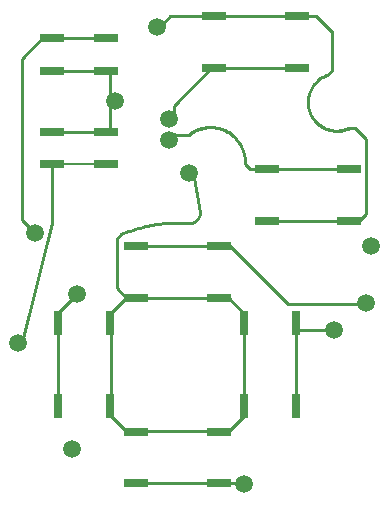
<source format=gtl>
%TF.GenerationSoftware,KiCad,Pcbnew,(5.1.10)-1*%
%TF.CreationDate,2021-06-21T12:46:50-07:00*%
%TF.ProjectId,tactileAGB,74616374-696c-4654-9147-422e6b696361,1.0*%
%TF.SameCoordinates,Original*%
%TF.FileFunction,Copper,L1,Top*%
%TF.FilePolarity,Positive*%
%FSLAX46Y46*%
G04 Gerber Fmt 4.6, Leading zero omitted, Abs format (unit mm)*
G04 Created by KiCad (PCBNEW (5.1.10)-1) date 2021-06-21 12:46:50*
%MOMM*%
%LPD*%
G01*
G04 APERTURE LIST*
%TA.AperFunction,SMDPad,CuDef*%
%ADD10R,2.000000X0.700000*%
%TD*%
%TA.AperFunction,ComponentPad*%
%ADD11C,1.500000*%
%TD*%
%TA.AperFunction,SMDPad,CuDef*%
%ADD12R,0.700000X2.000000*%
%TD*%
%TA.AperFunction,SMDPad,CuDef*%
%ADD13R,2.000000X0.650000*%
%TD*%
%TA.AperFunction,Conductor*%
%ADD14C,0.250000*%
%TD*%
%TA.AperFunction,Conductor*%
%ADD15C,0.200000*%
%TD*%
G04 APERTURE END LIST*
D10*
%TO.P,A,4*%
%TO.N,GND3*%
X75990190Y-26722502D03*
%TO.P,A,3*%
X82990190Y-26722502D03*
%TO.P,A,2*%
%TO.N,Net-(A1-Pad1)*%
X82990190Y-31122502D03*
%TO.P,A,1*%
X75990190Y-31122502D03*
%TD*%
%TO.P,B,4*%
%TO.N,GND3*%
X87425038Y-44055793D03*
%TO.P,B,3*%
X80425038Y-44055793D03*
%TO.P,B,2*%
%TO.N,Net-(B1-Pad1)*%
X80425038Y-39655793D03*
%TO.P,B,1*%
X87425038Y-39655793D03*
%TD*%
%TO.P,\u2191,4*%
%TO.N,GND1*%
X69347007Y-61873175D03*
%TO.P,\u2191,3*%
X76347007Y-61873175D03*
%TO.P,\u2191,2*%
%TO.N,Net-(DOWN1-Pad1)*%
X76347007Y-66273175D03*
%TO.P,\u2191,1*%
X69347007Y-66273175D03*
%TD*%
D11*
%TO.P,FR2,1*%
%TO.N,N/C*%
X89284477Y-46167948D03*
%TD*%
%TO.P,GND2PAD1,1*%
%TO.N,GND2*%
X67565612Y-33909434D03*
%TD*%
%TO.P,GND3PAD1,1*%
%TO.N,GND3*%
X71154217Y-27597353D03*
%TD*%
%TO.P,L-SHIELDING1,1*%
%TO.N,GND1*%
X73880003Y-39957789D03*
%TD*%
D12*
%TO.P,\u2191,4*%
%TO.N,GND1*%
X67179507Y-52705675D03*
%TO.P,\u2191,3*%
X67179507Y-59705675D03*
%TO.P,\u2191,2*%
%TO.N,Net-(LEFT1-Pad1)*%
X62779507Y-59705675D03*
%TO.P,\u2191,1*%
X62779507Y-52705675D03*
%TD*%
%TO.P,\u2191,4*%
%TO.N,GND1*%
X78514507Y-59705675D03*
%TO.P,\u2191,3*%
X78514507Y-52705675D03*
%TO.P,\u2191,2*%
%TO.N,Net-(RIGHT1-Pad1)*%
X82914507Y-52705675D03*
%TO.P,\u2191,1*%
X82914507Y-59705675D03*
%TD*%
D13*
%TO.P,SELECT,4*%
%TO.N,GND2*%
X66780000Y-31345000D03*
%TO.P,SELECT,3*%
X62280000Y-31345000D03*
%TO.P,SELECT,2*%
%TO.N,Net-(SELECT1-Pad1)*%
X62280000Y-28595000D03*
%TO.P,SELECT,1*%
X66780000Y-28595000D03*
%TD*%
%TO.P,START,4*%
%TO.N,GND2*%
X62280000Y-36473868D03*
%TO.P,START,3*%
X66780000Y-36473868D03*
%TO.P,START,2*%
%TO.N,Net-(START1-Pad1)*%
X66780000Y-39223868D03*
%TO.P,START,1*%
X62280000Y-39223868D03*
%TD*%
D11*
%TO.P,TP0,1*%
%TO.N,Net-(A1-Pad1)*%
X72154217Y-35396088D03*
%TD*%
%TO.P,TP1,1*%
%TO.N,Net-(B1-Pad1)*%
X72154217Y-37180104D03*
%TD*%
%TO.P,TP2,1*%
%TO.N,Net-(SELECT1-Pad1)*%
X60834864Y-45099328D03*
%TD*%
%TO.P,TP3,1*%
%TO.N,Net-(START1-Pad1)*%
X59371829Y-54347252D03*
%TD*%
%TO.P,TP4,1*%
%TO.N,Net-(RIGHT1-Pad1)*%
X86156117Y-53273742D03*
%TD*%
%TO.P,TP5,1*%
%TO.N,Net-(LEFT1-Pad1)*%
X64390003Y-50247789D03*
%TD*%
%TO.P,TP6,1*%
%TO.N,Net-(TP6-Pad1)*%
X88805618Y-50959479D03*
%TD*%
%TO.P,TP7,1*%
%TO.N,Net-(DOWN1-Pad1)*%
X78455694Y-66325349D03*
%TD*%
D10*
%TO.P,\u2191,4*%
%TO.N,GND1*%
X76347007Y-50538175D03*
%TO.P,\u2191,3*%
X69347007Y-50538175D03*
%TO.P,\u2191,2*%
%TO.N,Net-(TP6-Pad1)*%
X69347007Y-46138175D03*
%TO.P,\u2191,1*%
X76347007Y-46138175D03*
%TD*%
D11*
%TO.P,VDD-15,1*%
%TO.N,N/C*%
X63972506Y-63385768D03*
%TD*%
D14*
%TO.N,GND3*%
X75990190Y-26722502D02*
X72249716Y-26722502D01*
X72249716Y-26722502D02*
X71690000Y-27282218D01*
X80425038Y-44055793D02*
X87295793Y-44055793D01*
X88859467Y-43450533D02*
X88260000Y-44050000D01*
X88859467Y-37144489D02*
X88859467Y-43450533D01*
X88858779Y-37128732D02*
X88859467Y-37144489D01*
X88857929Y-37122279D02*
X88858779Y-37128732D01*
X88856519Y-37115919D02*
X88857929Y-37122279D01*
X88854564Y-37109717D02*
X88856519Y-37115919D01*
X88852076Y-37103711D02*
X88854564Y-37109717D01*
X88849069Y-37097935D02*
X88852076Y-37103711D01*
X88845575Y-37092450D02*
X88849069Y-37097935D01*
X88841613Y-37087287D02*
X88845575Y-37092450D01*
X88830932Y-37075631D02*
X88841613Y-37087287D01*
X87924598Y-36169297D02*
X88830932Y-37075631D01*
X87381807Y-36169297D02*
X87924598Y-36169297D01*
X87293602Y-36216950D02*
X87381807Y-36169297D01*
X87283052Y-36213801D02*
X87293602Y-36216950D01*
X87192810Y-36257471D02*
X87283052Y-36213801D01*
X87182413Y-36253856D02*
X87192810Y-36257471D01*
X87090316Y-36293456D02*
X87182413Y-36253856D01*
X87080088Y-36289379D02*
X87090316Y-36293456D01*
X86986311Y-36324833D02*
X87080088Y-36289379D01*
X86976275Y-36320304D02*
X86986311Y-36324833D01*
X86881012Y-36351538D02*
X86976275Y-36320304D01*
X86871190Y-36346567D02*
X86881012Y-36351538D01*
X86774630Y-36373520D02*
X86871190Y-36346567D01*
X86765040Y-36368116D02*
X86774630Y-36373520D01*
X86667371Y-36390735D02*
X86765040Y-36368116D01*
X86658030Y-36384907D02*
X86667371Y-36390735D01*
X86559449Y-36403147D02*
X86658030Y-36384907D01*
X86550377Y-36396908D02*
X86559449Y-36403147D01*
X86451082Y-36410732D02*
X86550377Y-36396908D01*
X86442300Y-36404096D02*
X86451082Y-36410732D01*
X86342486Y-36413477D02*
X86442300Y-36404096D01*
X83915739Y-33782881D02*
X83908060Y-33790768D01*
X83918870Y-33682676D02*
X83915739Y-33782881D01*
X83926895Y-33675137D02*
X83918870Y-33682676D01*
X83934494Y-33575171D02*
X83926895Y-33675137D01*
X83942847Y-33567998D02*
X83934494Y-33575171D01*
X83954898Y-33468472D02*
X83942847Y-33567998D01*
X83963562Y-33461680D02*
X83954898Y-33468472D01*
X83980039Y-33362793D02*
X83963562Y-33461680D01*
X83988997Y-33356394D02*
X83980039Y-33362793D01*
X84009869Y-33258338D02*
X83988997Y-33356394D01*
X84019106Y-33252343D02*
X84009869Y-33258338D01*
X84044334Y-33155314D02*
X84019106Y-33252343D01*
X84053827Y-33149739D02*
X84044334Y-33155314D01*
X84083357Y-33053934D02*
X84053827Y-33149739D01*
X84093090Y-33048788D02*
X84083357Y-33053934D01*
X84126865Y-32954395D02*
X84093090Y-33048788D01*
X84136816Y-32949689D02*
X84126865Y-32954395D01*
X84174766Y-32856899D02*
X84136816Y-32949689D01*
X84226970Y-32761634D02*
X84184917Y-32852641D01*
X84283382Y-32668788D02*
X84237308Y-32757831D01*
X84293870Y-32665453D02*
X84283382Y-32668788D01*
X84343865Y-32578560D02*
X84293870Y-32665453D01*
X84354494Y-32575695D02*
X84343865Y-32578560D01*
X84408318Y-32491115D02*
X84354494Y-32575695D01*
X86117645Y-36396677D02*
X86125463Y-36404426D01*
X84419068Y-32488727D02*
X84408318Y-32491115D01*
X84487455Y-32404725D02*
X84476613Y-32406631D01*
X84548601Y-32325282D02*
X84487455Y-32404725D01*
X85909603Y-27986589D02*
X85910299Y-28002179D01*
X85896898Y-27952504D02*
X85900259Y-27957636D01*
X84184917Y-32852641D02*
X84174766Y-32856899D01*
X85905541Y-27968681D02*
X85907428Y-27974528D01*
X85900259Y-27957636D02*
X85903145Y-27963037D01*
X85903145Y-27963037D02*
X85905541Y-27968681D01*
X85893092Y-27947691D02*
X85896898Y-27952504D01*
X84476613Y-32406631D02*
X84419068Y-32488727D01*
X75990190Y-26722502D02*
X84628558Y-26722502D01*
X85907428Y-27974528D02*
X85908785Y-27980509D01*
X85882137Y-27936124D02*
X85893092Y-27947691D01*
X85910299Y-31307110D02*
X85539111Y-31678298D01*
X84628558Y-26722502D02*
X85882137Y-27936124D01*
X85910299Y-28002179D02*
X85910299Y-31307110D01*
X85539111Y-31678298D02*
X85447734Y-31719536D01*
X84237308Y-32757831D02*
X84226970Y-32761634D01*
X85337222Y-31758421D02*
X84952741Y-31975093D01*
X85447734Y-31719536D02*
X85437275Y-31716107D01*
X83972572Y-34535947D02*
X83967690Y-34545811D01*
X84703111Y-32172611D02*
X84635126Y-32246288D01*
X85437275Y-31716107D02*
X85347826Y-31761381D01*
X85347826Y-31761381D02*
X85337222Y-31758421D01*
X85908785Y-27980509D02*
X85909603Y-27986589D01*
X84952741Y-31975093D02*
X84952430Y-31976206D01*
X84881603Y-32034862D02*
X84870605Y-32034322D01*
X84870605Y-32034322D02*
X84796324Y-32101646D01*
X84952430Y-31976206D02*
X84881603Y-32034862D01*
X84796324Y-32101646D02*
X84785315Y-32101597D01*
X84785315Y-32101597D02*
X84714110Y-32172170D01*
X84714110Y-32172170D02*
X84703111Y-32172611D01*
X84635126Y-32246288D02*
X84624158Y-32247220D01*
X84624158Y-32247220D02*
X84559523Y-32323861D01*
X84559523Y-32323861D02*
X84548601Y-32325282D01*
X83908060Y-33790768D02*
X83909402Y-33891010D01*
X83909402Y-33891010D02*
X83902082Y-33899232D01*
X83902082Y-33899232D02*
X83907894Y-33999319D01*
X83907894Y-33999319D02*
X83900947Y-34007861D01*
X83900947Y-34007861D02*
X83911218Y-34107584D01*
X83911218Y-34107584D02*
X83904662Y-34116424D01*
X83904662Y-34116424D02*
X83919371Y-34215597D01*
X83919371Y-34215597D02*
X83913213Y-34224725D01*
X83913213Y-34224725D02*
X83932331Y-34323134D01*
X83932331Y-34323134D02*
X83926589Y-34332524D01*
X83926589Y-34332524D02*
X83950079Y-34429989D01*
X83950079Y-34429989D02*
X83944758Y-34439632D01*
X83944758Y-34439632D02*
X83972572Y-34535947D01*
X83967690Y-34545811D02*
X83999773Y-34640791D01*
X83999773Y-34640791D02*
X83995334Y-34650866D01*
X83995334Y-34650866D02*
X84031623Y-34744322D01*
X84031623Y-34744322D02*
X84027637Y-34754587D01*
X84027637Y-34754587D02*
X84068059Y-34846330D01*
X84068059Y-34846330D02*
X84064536Y-34856760D01*
X84064536Y-34856760D02*
X84109009Y-34946606D01*
X84109009Y-34946606D02*
X84105955Y-34957181D01*
X84105955Y-34957181D02*
X84154393Y-35044959D01*
X84154393Y-35044959D02*
X84151814Y-35055662D01*
X84151814Y-35055662D02*
X84204118Y-35141188D01*
X84204118Y-35141188D02*
X84202019Y-35151997D01*
X84202019Y-35151997D02*
X84258088Y-35235105D01*
X84258088Y-35235105D02*
X84256473Y-35245993D01*
X84256473Y-35245993D02*
X84519371Y-35600474D01*
X84519371Y-35600474D02*
X84520515Y-35600644D01*
X84520515Y-35600644D02*
X84587540Y-35663608D01*
X84587540Y-35663608D02*
X84588374Y-35674589D01*
X84588374Y-35674589D02*
X84664430Y-35739899D01*
X84664430Y-35739899D02*
X84665753Y-35750827D01*
X84665753Y-35750827D02*
X84744651Y-35812684D01*
X84744651Y-35812684D02*
X84746460Y-35823544D01*
X84746460Y-35823544D02*
X84828039Y-35881819D01*
X84828039Y-35881819D02*
X84830331Y-35892587D01*
X84830331Y-35892587D02*
X84914424Y-35947162D01*
X84914424Y-35947162D02*
X84917194Y-35957818D01*
X84917194Y-35957818D02*
X85003641Y-36008590D01*
X85003641Y-36008590D02*
X85006884Y-36019111D01*
X85006884Y-36019111D02*
X85095509Y-36065975D01*
X85095509Y-36065975D02*
X85099218Y-36076341D01*
X85099218Y-36076341D02*
X85189845Y-36119205D01*
X85189845Y-36119205D02*
X85194013Y-36129396D01*
X85194013Y-36129396D02*
X85286461Y-36168173D01*
X85286461Y-36168173D02*
X85291078Y-36178166D01*
X85291078Y-36178166D02*
X85385169Y-36212783D01*
X85385169Y-36212783D02*
X85390229Y-36222563D01*
X85390229Y-36222563D02*
X85485764Y-36252945D01*
X85485764Y-36252945D02*
X85491254Y-36262487D01*
X85491254Y-36262487D02*
X85588052Y-36288579D01*
X85588052Y-36288579D02*
X85593963Y-36297867D01*
X85593963Y-36297867D02*
X85691832Y-36319615D01*
X85691832Y-36319615D02*
X85698151Y-36328631D01*
X85698151Y-36328631D02*
X85796889Y-36345991D01*
X85796889Y-36345991D02*
X85803603Y-36354714D01*
X85803603Y-36354714D02*
X85903015Y-36367652D01*
X85903015Y-36367652D02*
X85910113Y-36376069D01*
X85910113Y-36376069D02*
X86010008Y-36384560D01*
X86010008Y-36384560D02*
X86017475Y-36392652D01*
X86017475Y-36392652D02*
X86117645Y-36396677D01*
X86125463Y-36404426D02*
X86225716Y-36403979D01*
X86225716Y-36403979D02*
X86233875Y-36411374D01*
X86233875Y-36411374D02*
X86334007Y-36406455D01*
X86334007Y-36406455D02*
X86342486Y-36413477D01*
%TO.N,Net-(A1-Pad1)*%
X82990190Y-31122502D02*
X75737498Y-31122502D01*
X75737498Y-31122502D02*
X72579227Y-34280773D01*
X72579227Y-34280773D02*
X72579227Y-35129227D01*
%TO.N,Net-(B1-Pad1)*%
X73892737Y-36680232D02*
X73806788Y-36755094D01*
X73902536Y-36680907D02*
X73892737Y-36680232D01*
X73987655Y-36612526D02*
X73902536Y-36680907D01*
X74085199Y-36548644D02*
X73997421Y-36613590D01*
X74094915Y-36550096D02*
X74085199Y-36548644D01*
X74185201Y-36488696D02*
X74094915Y-36550096D01*
X74194850Y-36490533D02*
X74185201Y-36488696D01*
X74297078Y-36434989D02*
X74287509Y-36432770D01*
X74498390Y-36333340D02*
X74401432Y-36383556D01*
X74507752Y-36336313D02*
X74498390Y-36333340D01*
X74606627Y-36289993D02*
X74507752Y-36336313D01*
X74615865Y-36293337D02*
X74606627Y-36289993D01*
X74716507Y-36250985D02*
X74615865Y-36293337D01*
X74725604Y-36254693D02*
X74716507Y-36250985D01*
X74827850Y-36216378D02*
X74725604Y-36254693D01*
X74836792Y-36220445D02*
X74827850Y-36216378D01*
X74940480Y-36186226D02*
X74836792Y-36220445D01*
X74949254Y-36190646D02*
X74940480Y-36186226D01*
X75054220Y-36160578D02*
X74949254Y-36190646D01*
X75062809Y-36165342D02*
X75054220Y-36160578D01*
X75168886Y-36139472D02*
X75062809Y-36165342D01*
X75177283Y-36144576D02*
X75168886Y-36139472D01*
X75284310Y-36122946D02*
X75177283Y-36144576D01*
X75292492Y-36128376D02*
X75284310Y-36122946D01*
X75400291Y-36111019D02*
X75292492Y-36128376D01*
X75408254Y-36116773D02*
X75400291Y-36111019D01*
X75516659Y-36103717D02*
X75408254Y-36116773D01*
X75524387Y-36109783D02*
X75516659Y-36103717D01*
X75633225Y-36101049D02*
X75524387Y-36109783D01*
X75640704Y-36107417D02*
X75633225Y-36101049D01*
X75749804Y-36103018D02*
X75640704Y-36107417D01*
X75757024Y-36109679D02*
X75749804Y-36103018D01*
X75866214Y-36109622D02*
X75757024Y-36109679D01*
X75873162Y-36116562D02*
X75866214Y-36109622D01*
X75982265Y-36120847D02*
X75873162Y-36116562D01*
X75988935Y-36128062D02*
X75982265Y-36120847D01*
X76097783Y-36136683D02*
X75988935Y-36128062D01*
X76104160Y-36144158D02*
X76097783Y-36136683D01*
X76212581Y-36157102D02*
X76104160Y-36144158D01*
X76218653Y-36164820D02*
X76212581Y-36157102D01*
X76326467Y-36182063D02*
X76218653Y-36164820D01*
X76332231Y-36190022D02*
X76326467Y-36182063D01*
X76439281Y-36211542D02*
X76332231Y-36190022D01*
X76444722Y-36219721D02*
X76439281Y-36211542D01*
X76555937Y-36253867D02*
X76550826Y-36245479D01*
X78155223Y-37536111D02*
X78156873Y-37526428D01*
X78266179Y-37740586D02*
X78268593Y-37731065D01*
X78318263Y-37836553D02*
X78266179Y-37740586D01*
X77809756Y-37059204D02*
X77730259Y-36984352D01*
X78315472Y-37845971D02*
X78318263Y-37836553D01*
X77377161Y-36669774D02*
X77284442Y-36612107D01*
X78363697Y-37943931D02*
X78315472Y-37845971D01*
X78360533Y-37953231D02*
X78363697Y-37943931D01*
X78214769Y-37627633D02*
X78155223Y-37536111D01*
X78093734Y-37437346D02*
X78094998Y-37427604D01*
X78401295Y-38062198D02*
X78404825Y-38053033D01*
X77083552Y-36479996D02*
X76984624Y-36433777D01*
X74391958Y-36380958D02*
X74297078Y-36434989D01*
X78441583Y-38163680D02*
X78401295Y-38062198D01*
X77730259Y-36984352D02*
X77729573Y-36974550D01*
X78469663Y-38284568D02*
X78473910Y-38275713D01*
X76773863Y-36335293D02*
X76769433Y-36326522D01*
X78501757Y-38388929D02*
X78469663Y-38284568D01*
X87425038Y-39655793D02*
X78975793Y-39655793D01*
X76550826Y-36245479D02*
X76444722Y-36219721D01*
X78404825Y-38053033D02*
X78360533Y-37953231D01*
X76876149Y-36373503D02*
X76773863Y-36335293D01*
X78525078Y-38503171D02*
X78497159Y-38397611D01*
X78975793Y-39655793D02*
X78565397Y-39245396D01*
X78268593Y-37731065D02*
X78212735Y-37637247D01*
X78565321Y-39203016D02*
X78568427Y-39199783D01*
X76984624Y-36433777D02*
X76980905Y-36424681D01*
X78566255Y-39090619D02*
X78572773Y-39083273D01*
X78565397Y-39245396D02*
X78565321Y-39203016D01*
X77281833Y-36602635D02*
X77186895Y-36548703D01*
X78568427Y-39199783D02*
X78566255Y-39090619D01*
X77646089Y-36893160D02*
X77560895Y-36824865D01*
X73997421Y-36613590D02*
X73987655Y-36612526D01*
X78537180Y-38624931D02*
X78543837Y-38618248D01*
X76769433Y-36326522D02*
X76665708Y-36292411D01*
X72633548Y-36755094D02*
X72579227Y-36700773D01*
X78473910Y-38275713D02*
X78437689Y-38172702D01*
X78572773Y-39083273D02*
X78545854Y-38632627D01*
X77086904Y-36489229D02*
X77083552Y-36479996D01*
X74287509Y-36432770D02*
X74194850Y-36490533D01*
X78437689Y-38172702D02*
X78441583Y-38163680D01*
X77471588Y-36750295D02*
X77469741Y-36740646D01*
X78545854Y-38632627D02*
X78537180Y-38624931D01*
X77379390Y-36679340D02*
X77377161Y-36669774D01*
X74401432Y-36383556D02*
X74391958Y-36380958D01*
X78212735Y-37637247D02*
X78214769Y-37627633D01*
X76880223Y-36382437D02*
X76876149Y-36373503D01*
X78543837Y-38618248D02*
X78520139Y-38511663D01*
X78520139Y-38511663D02*
X78525078Y-38503171D01*
X76665708Y-36292411D02*
X76660933Y-36283824D01*
X73806788Y-36755094D02*
X72633548Y-36755094D01*
X78497159Y-38397611D02*
X78501757Y-38388929D01*
X78156873Y-37526428D02*
X78093734Y-37437346D01*
X78094998Y-37427604D02*
X77819499Y-37069961D01*
X77819499Y-37069961D02*
X77810042Y-37068734D01*
X77810042Y-37068734D02*
X77809756Y-37059204D01*
X77729573Y-36974550D02*
X77647163Y-36902922D01*
X77647163Y-36902922D02*
X77646089Y-36893160D01*
X77560895Y-36824865D02*
X77559433Y-36815149D01*
X77559433Y-36815149D02*
X77471588Y-36750295D01*
X77469741Y-36740646D02*
X77379390Y-36679340D01*
X77284442Y-36612107D02*
X77281833Y-36602635D01*
X77186895Y-36548703D02*
X77183912Y-36539343D01*
X77183912Y-36539343D02*
X77086904Y-36489229D01*
X76980905Y-36424681D02*
X76880223Y-36382437D01*
X76660933Y-36283824D02*
X76555937Y-36253867D01*
%TO.N,GND1*%
X67210000Y-52720000D02*
X67190000Y-52740000D01*
X76347007Y-61873175D02*
X76347007Y-61842993D01*
X69370000Y-50570000D02*
X76260000Y-50570000D01*
X77220000Y-50590000D02*
X76440000Y-50590000D01*
X78510000Y-51880000D02*
X77220000Y-50590000D01*
X77200000Y-61840000D02*
X78510000Y-60530000D01*
X68487500Y-61840000D02*
X77200000Y-61840000D01*
X67210000Y-60562500D02*
X68487500Y-61840000D01*
X67210000Y-51850000D02*
X67210000Y-60562500D01*
X78510000Y-60530000D02*
X78510000Y-51880000D01*
X68521825Y-50538175D02*
X67210000Y-51850000D01*
X69347007Y-50538175D02*
X68521825Y-50538175D01*
X68525000Y-50540000D02*
X68660000Y-50540000D01*
X67700000Y-49715000D02*
X68525000Y-50540000D01*
X67700000Y-45539864D02*
X67700000Y-49715000D01*
X68269167Y-45085637D02*
X68070235Y-45169629D01*
X68469367Y-45005311D02*
X68269167Y-45085637D01*
X68671086Y-44928550D02*
X68469367Y-45005311D01*
X74180181Y-44158751D02*
X74167013Y-44176652D01*
X74245866Y-44142533D02*
X74180181Y-44158751D01*
X74392697Y-44053566D02*
X74331020Y-44081396D01*
X74257358Y-44123506D02*
X74245866Y-44142533D01*
X74400557Y-44032781D02*
X74392697Y-44053566D01*
X74459445Y-43999473D02*
X74400557Y-44032781D01*
X74524995Y-43917654D02*
X74521022Y-43939521D01*
X69283982Y-44720174D02*
X69078492Y-44785947D01*
X74576891Y-43874246D02*
X74524995Y-43917654D01*
X74331020Y-44081396D02*
X74321301Y-44101392D01*
X74578863Y-43852105D02*
X74576891Y-43874246D01*
X74626560Y-43781943D02*
X74626606Y-43804164D01*
X74182014Y-39890000D02*
X74772763Y-43308600D01*
X74772763Y-43308600D02*
X74771940Y-43309766D01*
X74521022Y-43939521D02*
X74465390Y-43978047D01*
X74701919Y-43630087D02*
X74705984Y-43651940D01*
X74771940Y-43309766D02*
X74776582Y-43317380D01*
X74776582Y-43317380D02*
X74760635Y-43383130D01*
X68070235Y-45169629D02*
X67700000Y-45539864D01*
X74705984Y-43651940D02*
X74667692Y-43707728D01*
X70327645Y-44447074D02*
X70116985Y-44494191D01*
X68874179Y-44855409D02*
X68671086Y-44928550D01*
X74760635Y-43383130D02*
X74770432Y-43403076D01*
X74321301Y-44101392D02*
X74257358Y-44123506D01*
X74770432Y-43403076D02*
X74748581Y-43467115D01*
X74669756Y-43729866D02*
X74626560Y-43781943D01*
X74667692Y-43707728D02*
X74669756Y-43729866D01*
X74748581Y-43467115D02*
X74756530Y-43487876D01*
X74626606Y-43804164D02*
X74578863Y-43852105D01*
X69078492Y-44785947D02*
X68874179Y-44855409D01*
X74756530Y-43487876D02*
X74728957Y-43549663D01*
X74465390Y-43978047D02*
X74459445Y-43999473D01*
X74728957Y-43549663D02*
X74734988Y-43571056D01*
X74734988Y-43571056D02*
X74701919Y-43630087D01*
X74167013Y-44176652D02*
X74100122Y-44186842D01*
X74100122Y-44186842D02*
X74085376Y-44203482D01*
X74085376Y-44203482D02*
X74017832Y-44207558D01*
X74017832Y-44207558D02*
X74001638Y-44222788D01*
X74001638Y-44222788D02*
X73947219Y-44221120D01*
X73947219Y-44221120D02*
X73940433Y-44227051D01*
X69490714Y-44658071D02*
X69283982Y-44720174D01*
X73940433Y-44227051D02*
X73545627Y-44200519D01*
X73545627Y-44200519D02*
X73330114Y-44189917D01*
X73330114Y-44189917D02*
X73114338Y-44183181D01*
X73114338Y-44183181D02*
X72898613Y-44180319D01*
X72898613Y-44180319D02*
X72682819Y-44181329D01*
X72682819Y-44181329D02*
X72467048Y-44186212D01*
X72467048Y-44186212D02*
X72251403Y-44194967D01*
X72251403Y-44194967D02*
X72035937Y-44207590D01*
X72035937Y-44207590D02*
X71820791Y-44224074D01*
X71820791Y-44224074D02*
X71605913Y-44244422D01*
X71605913Y-44244422D02*
X71391506Y-44268615D01*
X71391506Y-44268615D02*
X71177494Y-44296662D01*
X71177494Y-44296662D02*
X70964037Y-44328542D01*
X70964037Y-44328542D02*
X70751178Y-44364249D01*
X70751178Y-44364249D02*
X70539043Y-44403761D01*
X70539043Y-44403761D02*
X70327645Y-44447074D01*
X70116985Y-44494191D02*
X69907242Y-44545072D01*
X69907242Y-44545072D02*
X69698449Y-44599709D01*
X69698449Y-44599709D02*
X69490714Y-44658071D01*
%TO.N,Net-(DOWN1-Pad1)*%
X78140000Y-66270000D02*
X77600182Y-66270000D01*
X78136825Y-66273175D02*
X78140000Y-66270000D01*
X76347007Y-66273175D02*
X78136825Y-66273175D01*
X69347007Y-66273175D02*
X76203175Y-66273175D01*
%TO.N,Net-(LEFT1-Pad1)*%
X62780000Y-51863896D02*
X62780000Y-52780000D01*
X64390003Y-50253893D02*
X62780000Y-51863896D01*
X64390003Y-50247789D02*
X64390003Y-50253893D01*
X62779507Y-52705675D02*
X62779507Y-59679507D01*
%TO.N,Net-(RIGHT1-Pad1)*%
X86156117Y-53273742D02*
X82933742Y-53273742D01*
X82914507Y-59705675D02*
X82914507Y-52944507D01*
%TO.N,GND2*%
X66780000Y-36473868D02*
X62423868Y-36473868D01*
X67130849Y-33864302D02*
X67160000Y-33618698D01*
X67160000Y-33618698D02*
X67160000Y-31340000D01*
X67141241Y-33877493D02*
X67130849Y-33864302D01*
X67136976Y-34057971D02*
X67141241Y-33877493D01*
X67135477Y-34060071D02*
X67136976Y-34057971D01*
X67190000Y-34386737D02*
X67135477Y-34060071D01*
X67160000Y-31340000D02*
X66690000Y-31340000D01*
X67190000Y-36473868D02*
X67190000Y-34386737D01*
X66780000Y-36473868D02*
X67190000Y-36473868D01*
X66780000Y-31345000D02*
X62415000Y-31345000D01*
%TO.N,Net-(SELECT1-Pad1)*%
X66780000Y-28595000D02*
X62095000Y-28595000D01*
X59704717Y-30315283D02*
X61510000Y-28510000D01*
X59704717Y-43969181D02*
X59704717Y-30315283D01*
X60834864Y-45099328D02*
X59704717Y-43969181D01*
D15*
%TO.N,Net-(START1-Pad1)*%
X66780000Y-39223868D02*
X62346132Y-39223868D01*
D14*
X62214942Y-39288926D02*
X62214942Y-44224185D01*
X62280000Y-39223868D02*
X62214942Y-39288926D01*
X62214942Y-44224185D02*
X59790006Y-53922242D01*
%TO.N,Net-(TP6-Pad1)*%
X76347007Y-46138175D02*
X77308175Y-46138175D01*
X77308175Y-46138175D02*
X82228266Y-51058266D01*
X82228266Y-51058266D02*
X85228266Y-51058266D01*
X85228266Y-51058266D02*
X88119691Y-51058266D01*
X69347007Y-46138175D02*
X76771825Y-46138175D01*
%TD*%
M02*

</source>
